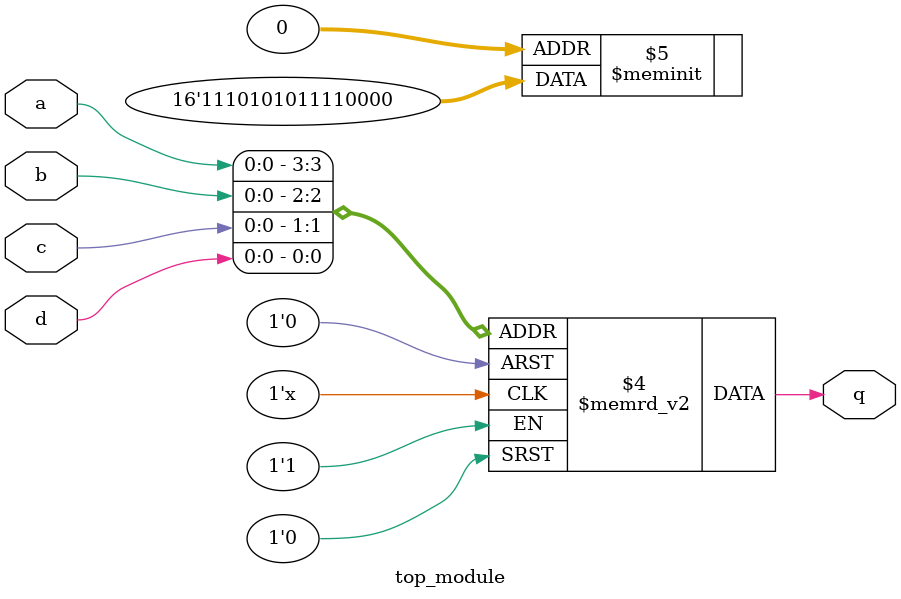
<source format=sv>
module top_module (
  input a, 
  input b, 
  input c, 
  input d,
  output reg q
);

  always @* begin
    case ({a, b, c, d})
      4'b0000 : q = 1'b0;
      4'b0001 : q = 1'b0;
      4'b0010 : q = 1'b0;
      4'b0011 : q = 1'b0;
      4'b0100 : q = 1'b1;
      4'b0101 : q = 1'b1;
      4'b0110 : q = 1'b1;
      4'b0111 : q = 1'b1;
      4'b1000 : q = 1'b0;
      4'b1001 : q = 1'b1;
      4'b1010 : q = 1'b0;
      4'b1011 : q = 1'b1;
      4'b1100 : q = 1'b0;
      4'b1101 : q = 1'b1;
      4'b1110 : q = 1'b1;
      4'b1111 : q = 1'b1;
    endcase
  end

endmodule

</source>
